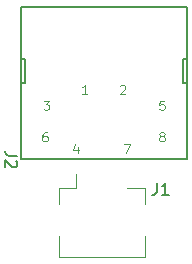
<source format=gto>
%TF.GenerationSoftware,KiCad,Pcbnew,5.1.10-88a1d61d58~89~ubuntu20.04.1*%
%TF.CreationDate,2021-10-06T22:51:07-05:00*%
%TF.ProjectId,portboard_ffc,706f7274-626f-4617-9264-5f6666632e6b,rev?*%
%TF.SameCoordinates,Original*%
%TF.FileFunction,Legend,Top*%
%TF.FilePolarity,Positive*%
%FSLAX46Y46*%
G04 Gerber Fmt 4.6, Leading zero omitted, Abs format (unit mm)*
G04 Created by KiCad (PCBNEW 5.1.10-88a1d61d58~89~ubuntu20.04.1) date 2021-10-06 22:51:07*
%MOMM*%
%LPD*%
G01*
G04 APERTURE LIST*
%ADD10C,0.127000*%
%ADD11C,0.120000*%
%ADD12C,0.150000*%
%ADD13C,0.065024*%
G04 APERTURE END LIST*
D10*
%TO.C,J2*%
X60229000Y-36503000D02*
X59979000Y-36503000D01*
X60229000Y-34503000D02*
X60229000Y-36503000D01*
X59929000Y-34503000D02*
X60229000Y-34503000D01*
X73629000Y-36503000D02*
X73929000Y-36503000D01*
X73629000Y-34503000D02*
X73629000Y-36503000D01*
X73929000Y-34503000D02*
X73629000Y-34503000D01*
X73929000Y-34503000D02*
X73929000Y-30053000D01*
X73929000Y-36503000D02*
X73929000Y-34503000D01*
X73929000Y-42953000D02*
X73929000Y-36503000D01*
X59929000Y-42953000D02*
X73929000Y-42953000D01*
X59929000Y-34503000D02*
X59929000Y-42953000D01*
X59929000Y-30053000D02*
X59929000Y-34503000D01*
X73929000Y-30053000D02*
X59929000Y-30053000D01*
D11*
%TO.C,J1*%
X64578500Y-45436000D02*
X64578500Y-44236000D01*
X70388500Y-51236000D02*
X70388500Y-49496000D01*
X63088500Y-51236000D02*
X70388500Y-51236000D01*
X63088500Y-49496000D02*
X63088500Y-51236000D01*
X70388500Y-45436000D02*
X70388500Y-46776000D01*
X68898500Y-45436000D02*
X70388500Y-45436000D01*
X63088500Y-45436000D02*
X63088500Y-46776000D01*
X64578500Y-45436000D02*
X63088500Y-45436000D01*
%TO.C,J2*%
D12*
X59594619Y-42658309D02*
X58880333Y-42658309D01*
X58737476Y-42610690D01*
X58642238Y-42515452D01*
X58594619Y-42372595D01*
X58594619Y-42277357D01*
X59499380Y-43086880D02*
X59547000Y-43134500D01*
X59594619Y-43229738D01*
X59594619Y-43467833D01*
X59547000Y-43563071D01*
X59499380Y-43610690D01*
X59404142Y-43658309D01*
X59308904Y-43658309D01*
X59166047Y-43610690D01*
X58594619Y-43039261D01*
X58594619Y-43658309D01*
D13*
X64694117Y-41932457D02*
X64694117Y-42447230D01*
X64510269Y-41638300D02*
X64326422Y-42189843D01*
X64804425Y-42189843D01*
X64694117Y-41932457D02*
X64694117Y-42447230D01*
X64510269Y-41638300D02*
X64326422Y-42189843D01*
X64804425Y-42189843D01*
X68595652Y-41675070D02*
X69110425Y-41675070D01*
X68779500Y-42447230D01*
X68595652Y-41675070D02*
X69110425Y-41675070D01*
X68779500Y-42447230D01*
X68298422Y-36717609D02*
X68335191Y-36680840D01*
X68408730Y-36644070D01*
X68592578Y-36644070D01*
X68666117Y-36680840D01*
X68702886Y-36717609D01*
X68739656Y-36791148D01*
X68739656Y-36864687D01*
X68702886Y-36974996D01*
X68261652Y-37416230D01*
X68739656Y-37416230D01*
X72036886Y-38008070D02*
X71669191Y-38008070D01*
X71632422Y-38375765D01*
X71669191Y-38338996D01*
X71742730Y-38302226D01*
X71926578Y-38302226D01*
X72000117Y-38338996D01*
X72036886Y-38375765D01*
X72073656Y-38449304D01*
X72073656Y-38633152D01*
X72036886Y-38706691D01*
X72000117Y-38743460D01*
X71926578Y-38780230D01*
X71742730Y-38780230D01*
X71669191Y-38743460D01*
X71632422Y-38706691D01*
X62094117Y-40675070D02*
X61947039Y-40675070D01*
X61873500Y-40711840D01*
X61836730Y-40748609D01*
X61763191Y-40858918D01*
X61726422Y-41005996D01*
X61726422Y-41300152D01*
X61763191Y-41373691D01*
X61799961Y-41410460D01*
X61873500Y-41447230D01*
X62020578Y-41447230D01*
X62094117Y-41410460D01*
X62130886Y-41373691D01*
X62167656Y-41300152D01*
X62167656Y-41116304D01*
X62130886Y-41042765D01*
X62094117Y-41005996D01*
X62020578Y-40969226D01*
X61873500Y-40969226D01*
X61799961Y-41005996D01*
X61763191Y-41042765D01*
X61726422Y-41116304D01*
X65539656Y-37416230D02*
X65098422Y-37416230D01*
X65319039Y-37416230D02*
X65319039Y-36644070D01*
X65245500Y-36754379D01*
X65171961Y-36827918D01*
X65098422Y-36864687D01*
X61816652Y-38008070D02*
X62294656Y-38008070D01*
X62037269Y-38302226D01*
X62147578Y-38302226D01*
X62221117Y-38338996D01*
X62257886Y-38375765D01*
X62294656Y-38449304D01*
X62294656Y-38633152D01*
X62257886Y-38706691D01*
X62221117Y-38743460D01*
X62147578Y-38780230D01*
X61926961Y-38780230D01*
X61853422Y-38743460D01*
X61816652Y-38706691D01*
X71779500Y-41005996D02*
X71705961Y-40969226D01*
X71669191Y-40932457D01*
X71632422Y-40858918D01*
X71632422Y-40822148D01*
X71669191Y-40748609D01*
X71705961Y-40711840D01*
X71779500Y-40675070D01*
X71926578Y-40675070D01*
X72000117Y-40711840D01*
X72036886Y-40748609D01*
X72073656Y-40822148D01*
X72073656Y-40858918D01*
X72036886Y-40932457D01*
X72000117Y-40969226D01*
X71926578Y-41005996D01*
X71779500Y-41005996D01*
X71705961Y-41042765D01*
X71669191Y-41079535D01*
X71632422Y-41153074D01*
X71632422Y-41300152D01*
X71669191Y-41373691D01*
X71705961Y-41410460D01*
X71779500Y-41447230D01*
X71926578Y-41447230D01*
X72000117Y-41410460D01*
X72036886Y-41373691D01*
X72073656Y-41300152D01*
X72073656Y-41153074D01*
X72036886Y-41079535D01*
X72000117Y-41042765D01*
X71926578Y-41005996D01*
X71779500Y-41005996D02*
X71705961Y-40969226D01*
X71669191Y-40932457D01*
X71632422Y-40858918D01*
X71632422Y-40822148D01*
X71669191Y-40748609D01*
X71705961Y-40711840D01*
X71779500Y-40675070D01*
X71926578Y-40675070D01*
X72000117Y-40711840D01*
X72036886Y-40748609D01*
X72073656Y-40822148D01*
X72073656Y-40858918D01*
X72036886Y-40932457D01*
X72000117Y-40969226D01*
X71926578Y-41005996D01*
X71779500Y-41005996D01*
X71705961Y-41042765D01*
X71669191Y-41079535D01*
X71632422Y-41153074D01*
X71632422Y-41300152D01*
X71669191Y-41373691D01*
X71705961Y-41410460D01*
X71779500Y-41447230D01*
X71926578Y-41447230D01*
X72000117Y-41410460D01*
X72036886Y-41373691D01*
X72073656Y-41300152D01*
X72073656Y-41153074D01*
X72036886Y-41079535D01*
X72000117Y-41042765D01*
X71926578Y-41005996D01*
X62094117Y-40675070D02*
X61947039Y-40675070D01*
X61873500Y-40711840D01*
X61836730Y-40748609D01*
X61763191Y-40858918D01*
X61726422Y-41005996D01*
X61726422Y-41300152D01*
X61763191Y-41373691D01*
X61799961Y-41410460D01*
X61873500Y-41447230D01*
X62020578Y-41447230D01*
X62094117Y-41410460D01*
X62130886Y-41373691D01*
X62167656Y-41300152D01*
X62167656Y-41116304D01*
X62130886Y-41042765D01*
X62094117Y-41005996D01*
X62020578Y-40969226D01*
X61873500Y-40969226D01*
X61799961Y-41005996D01*
X61763191Y-41042765D01*
X61726422Y-41116304D01*
X72036886Y-38008070D02*
X71669191Y-38008070D01*
X71632422Y-38375765D01*
X71669191Y-38338996D01*
X71742730Y-38302226D01*
X71926578Y-38302226D01*
X72000117Y-38338996D01*
X72036886Y-38375765D01*
X72073656Y-38449304D01*
X72073656Y-38633152D01*
X72036886Y-38706691D01*
X72000117Y-38743460D01*
X71926578Y-38780230D01*
X71742730Y-38780230D01*
X71669191Y-38743460D01*
X71632422Y-38706691D01*
X61816652Y-38008070D02*
X62294656Y-38008070D01*
X62037269Y-38302226D01*
X62147578Y-38302226D01*
X62221117Y-38338996D01*
X62257886Y-38375765D01*
X62294656Y-38449304D01*
X62294656Y-38633152D01*
X62257886Y-38706691D01*
X62221117Y-38743460D01*
X62147578Y-38780230D01*
X61926961Y-38780230D01*
X61853422Y-38743460D01*
X61816652Y-38706691D01*
X68298422Y-36717609D02*
X68335191Y-36680840D01*
X68408730Y-36644070D01*
X68592578Y-36644070D01*
X68666117Y-36680840D01*
X68702886Y-36717609D01*
X68739656Y-36791148D01*
X68739656Y-36864687D01*
X68702886Y-36974996D01*
X68261652Y-37416230D01*
X68739656Y-37416230D01*
X65539656Y-37416230D02*
X65098422Y-37416230D01*
X65319039Y-37416230D02*
X65319039Y-36644070D01*
X65245500Y-36754379D01*
X65171961Y-36827918D01*
X65098422Y-36864687D01*
%TO.C,J1*%
D12*
X71421666Y-44981880D02*
X71421666Y-45696166D01*
X71374047Y-45839023D01*
X71278809Y-45934261D01*
X71135952Y-45981880D01*
X71040714Y-45981880D01*
X72421666Y-45981880D02*
X71850238Y-45981880D01*
X72135952Y-45981880D02*
X72135952Y-44981880D01*
X72040714Y-45124738D01*
X71945476Y-45219976D01*
X71850238Y-45267595D01*
%TD*%
M02*

</source>
